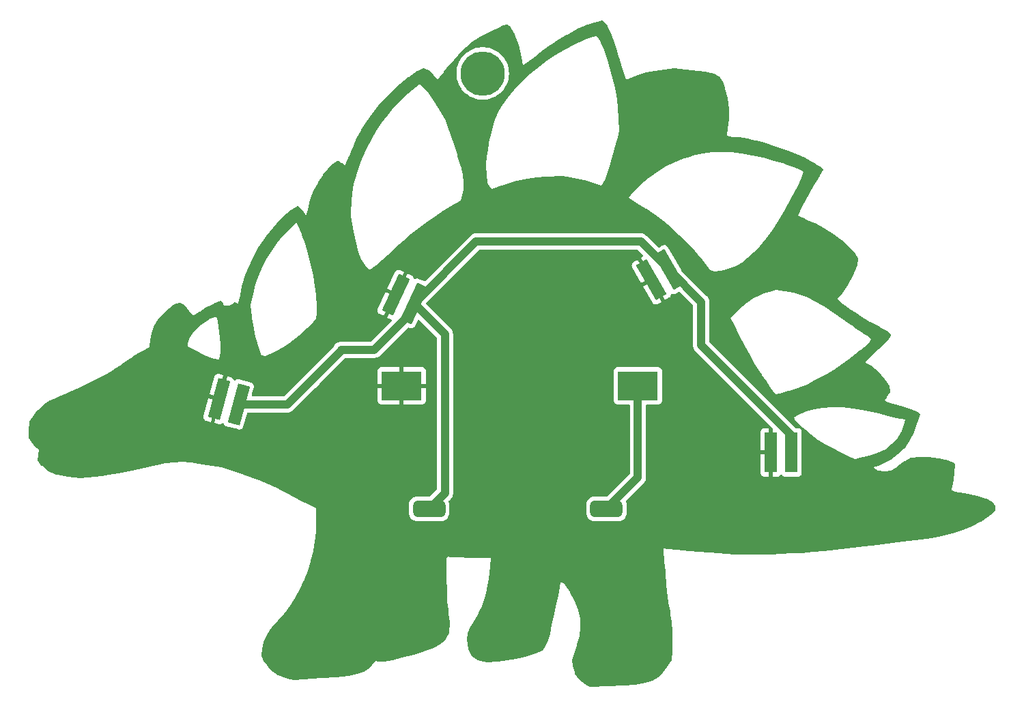
<source format=gbr>
%TF.GenerationSoftware,KiCad,Pcbnew,7.0.1*%
%TF.CreationDate,2023-04-19T22:10:58+02:00*%
%TF.ProjectId,Dino,44696e6f-2e6b-4696-9361-645f70636258,rev?*%
%TF.SameCoordinates,Original*%
%TF.FileFunction,Copper,L2,Bot*%
%TF.FilePolarity,Positive*%
%FSLAX46Y46*%
G04 Gerber Fmt 4.6, Leading zero omitted, Abs format (unit mm)*
G04 Created by KiCad (PCBNEW 7.0.1) date 2023-04-19 22:10:58*
%MOMM*%
%LPD*%
G01*
G04 APERTURE LIST*
G04 Aperture macros list*
%AMRoundRect*
0 Rectangle with rounded corners*
0 $1 Rounding radius*
0 $2 $3 $4 $5 $6 $7 $8 $9 X,Y pos of 4 corners*
0 Add a 4 corners polygon primitive as box body*
4,1,4,$2,$3,$4,$5,$6,$7,$8,$9,$2,$3,0*
0 Add four circle primitives for the rounded corners*
1,1,$1+$1,$2,$3*
1,1,$1+$1,$4,$5*
1,1,$1+$1,$6,$7*
1,1,$1+$1,$8,$9*
0 Add four rect primitives between the rounded corners*
20,1,$1+$1,$2,$3,$4,$5,0*
20,1,$1+$1,$4,$5,$6,$7,0*
20,1,$1+$1,$6,$7,$8,$9,0*
20,1,$1+$1,$8,$9,$2,$3,0*%
%AMRotRect*
0 Rectangle, with rotation*
0 The origin of the aperture is its center*
0 $1 length*
0 $2 width*
0 $3 Rotation angle, in degrees counterclockwise*
0 Add horizontal line*
21,1,$1,$2,0,0,$3*%
G04 Aperture macros list end*
%TA.AperFunction,ComponentPad*%
%ADD10C,5.500000*%
%TD*%
%TA.AperFunction,SMDPad,CuDef*%
%ADD11RotRect,1.524000X5.000000X345.000000*%
%TD*%
%TA.AperFunction,SMDPad,CuDef*%
%ADD12R,5.000000X3.600000*%
%TD*%
%TA.AperFunction,SMDPad,CuDef*%
%ADD13RoundRect,0.500000X-1.500000X-0.500000X1.500000X-0.500000X1.500000X0.500000X-1.500000X0.500000X0*%
%TD*%
%TA.AperFunction,SMDPad,CuDef*%
%ADD14RotRect,1.524000X5.000000X30.000000*%
%TD*%
%TA.AperFunction,SMDPad,CuDef*%
%ADD15R,1.524000X5.000000*%
%TD*%
%TA.AperFunction,SMDPad,CuDef*%
%ADD16RotRect,1.524000X5.000000X335.000000*%
%TD*%
%TA.AperFunction,Conductor*%
%ADD17C,1.000000*%
%TD*%
G04 APERTURE END LIST*
D10*
%TO.P,svg2mod,*%
%TO.N,*%
X80250000Y-31200000D03*
%TD*%
D11*
%TO.P,D4,1,K*%
%TO.N,GND*%
X47523275Y-71628275D03*
%TO.P,D4,2,A*%
%TO.N,VCC*%
X49976726Y-72285675D03*
%TD*%
D12*
%TO.P,BT2,1,+*%
%TO.N,+3V0*%
X99500000Y-69975000D03*
%TO.P,BT2,2,-*%
%TO.N,GND*%
X70200000Y-69975000D03*
%TD*%
D13*
%TO.P,SW2,1*%
%TO.N,VCC*%
X73600000Y-85250000D03*
%TO.P,SW2,2*%
%TO.N,+3V0*%
X95600000Y-85250000D03*
%TD*%
D14*
%TO.P,D2,1,K*%
%TO.N,GND*%
X101150148Y-56834475D03*
%TO.P,D2,2,A*%
%TO.N,VCC*%
X103349852Y-55564475D03*
%TD*%
D15*
%TO.P,D1,1,K*%
%TO.N,GND*%
X116000000Y-78250000D03*
%TO.P,D1,2,A*%
%TO.N,VCC*%
X118540000Y-78250000D03*
%TD*%
D16*
%TO.P,D3,1,K*%
%TO.N,GND*%
X69447978Y-58676550D03*
%TO.P,D3,2,A*%
%TO.N,VCC*%
X71750000Y-59750000D03*
%TD*%
D17*
%TO.N,+3V0*%
X99500000Y-81350000D02*
X99500000Y-69975000D01*
X95600000Y-85250000D02*
X99500000Y-81350000D01*
%TO.N,VCC*%
X66800000Y-65500000D02*
X71750000Y-60550000D01*
X118540000Y-78250000D02*
X118540000Y-76128000D01*
X71750000Y-59750000D02*
X79425000Y-52075000D01*
X75550000Y-83300000D02*
X75550000Y-63550000D01*
X99860377Y-52075000D02*
X103349852Y-55564475D01*
X79425000Y-52075000D02*
X99860377Y-52075000D01*
X62700000Y-65575000D02*
X62700000Y-65500000D01*
X118540000Y-76128000D02*
X107350000Y-64938000D01*
X107350000Y-59564623D02*
X103349852Y-55564475D01*
X75550000Y-63550000D02*
X71750000Y-59750000D01*
X62700000Y-65500000D02*
X66800000Y-65500000D01*
X49976726Y-72285675D02*
X55989325Y-72285675D01*
X71750000Y-60550000D02*
X71750000Y-59750000D01*
X55989325Y-72285675D02*
X62700000Y-65575000D01*
X107350000Y-64938000D02*
X107350000Y-59564623D01*
X73600000Y-85250000D02*
X75550000Y-83300000D01*
%TD*%
%TA.AperFunction,Conductor*%
%TO.N,GND*%
G36*
X95146062Y-24658556D02*
G01*
X95324510Y-24804810D01*
X95347922Y-24830089D01*
X95692330Y-25322953D01*
X95702054Y-25339397D01*
X95826053Y-25590857D01*
X96156879Y-26261747D01*
X96160537Y-26269878D01*
X96610721Y-27373374D01*
X96613962Y-27382259D01*
X96949430Y-28421400D01*
X96950974Y-28426555D01*
X97211736Y-29370368D01*
X97212102Y-29373073D01*
X97215880Y-29385507D01*
X97216705Y-29388341D01*
X97220549Y-29402152D01*
X97221743Y-29404671D01*
X97268294Y-29556712D01*
X97451858Y-30156260D01*
X97451859Y-30156260D01*
X97451947Y-30156549D01*
X97452022Y-30156796D01*
X97826098Y-31387611D01*
X97827238Y-31391598D01*
X97983989Y-31975789D01*
X97985082Y-31984083D01*
X97988475Y-31992417D01*
X97997897Y-31989854D01*
X98005159Y-31985671D01*
X98855611Y-31640747D01*
X98860315Y-31638948D01*
X99669719Y-31348200D01*
X99678939Y-31345283D01*
X100571594Y-31100150D01*
X100579599Y-31098230D01*
X101587551Y-30891176D01*
X101593861Y-30890049D01*
X102747173Y-30714457D01*
X102749619Y-30714111D01*
X103961849Y-30555220D01*
X103991388Y-30554842D01*
X106123376Y-30778838D01*
X106124888Y-30779006D01*
X107819448Y-30979527D01*
X107830916Y-30981425D01*
X108904042Y-31210397D01*
X108937769Y-31222836D01*
X109563084Y-31561620D01*
X109605930Y-31599644D01*
X109992311Y-32145901D01*
X110007597Y-32174895D01*
X110333065Y-33053537D01*
X110337356Y-33067586D01*
X110632037Y-34281730D01*
X110634722Y-34296665D01*
X110790097Y-35611842D01*
X110790965Y-35625900D01*
X110798324Y-36904644D01*
X110797207Y-36922127D01*
X110648590Y-38029619D01*
X110648384Y-38030693D01*
X110647688Y-38036311D01*
X110647599Y-38037016D01*
X110646776Y-38043358D01*
X110646718Y-38044323D01*
X110536726Y-38953372D01*
X110536085Y-38957632D01*
X110536209Y-38958141D01*
X110536563Y-38958353D01*
X110541054Y-38959027D01*
X111232177Y-39084323D01*
X111239913Y-39086968D01*
X111243982Y-39087251D01*
X111257947Y-39089008D01*
X111261955Y-39089741D01*
X111270041Y-39089115D01*
X112026063Y-39143773D01*
X112063080Y-39146450D01*
X112073102Y-39147579D01*
X113098356Y-39304873D01*
X113105089Y-39306094D01*
X114047999Y-39503866D01*
X114198497Y-39535433D01*
X114205595Y-39537138D01*
X114564497Y-39634420D01*
X115215885Y-39810983D01*
X115222404Y-39812942D01*
X116590378Y-40264966D01*
X116593799Y-40266152D01*
X117944189Y-40756425D01*
X117945145Y-40756772D01*
X117948589Y-40758080D01*
X119175964Y-41244812D01*
X119180377Y-41246661D01*
X120176618Y-41686823D01*
X120184888Y-41690845D01*
X120838732Y-42038876D01*
X120847079Y-42043319D01*
X120851807Y-42045968D01*
X121384568Y-42359708D01*
X121540436Y-42451498D01*
X121545775Y-42455923D01*
X121553655Y-42459740D01*
X121562223Y-42464305D01*
X121569684Y-42468657D01*
X121576303Y-42470621D01*
X122081957Y-42713100D01*
X122113608Y-42734750D01*
X122426573Y-43027898D01*
X122457262Y-43072657D01*
X122466277Y-43126175D01*
X122451947Y-43178519D01*
X122078634Y-43888132D01*
X122073672Y-43896724D01*
X121608157Y-44634213D01*
X121606307Y-44636528D01*
X121601302Y-44644998D01*
X121599886Y-44647335D01*
X121593670Y-44657350D01*
X121592404Y-44660388D01*
X120908274Y-45845847D01*
X120907377Y-45847016D01*
X120900047Y-45860096D01*
X120899712Y-45860692D01*
X120892397Y-45873578D01*
X120891911Y-45874813D01*
X120172842Y-47175787D01*
X120172301Y-47176506D01*
X120164232Y-47191360D01*
X120155990Y-47206745D01*
X120155678Y-47207626D01*
X119590870Y-48281644D01*
X119587792Y-48286019D01*
X119584685Y-48292935D01*
X119581592Y-48299329D01*
X119576836Y-48308492D01*
X119575349Y-48314011D01*
X119348386Y-48827740D01*
X119346791Y-48831148D01*
X119346774Y-48831493D01*
X119347119Y-48831869D01*
X119350628Y-48833516D01*
X120302140Y-49308665D01*
X120306929Y-49312115D01*
X120316812Y-49316283D01*
X120324201Y-49319684D01*
X120334125Y-49324646D01*
X120339878Y-49326026D01*
X120969525Y-49592089D01*
X121460045Y-49799362D01*
X121471034Y-49804646D01*
X122660007Y-50449002D01*
X122668212Y-50453860D01*
X123836337Y-51206892D01*
X123843745Y-51212053D01*
X124560149Y-51750350D01*
X124913158Y-52015596D01*
X124921262Y-52022229D01*
X125547356Y-52579748D01*
X125814066Y-52817245D01*
X125824873Y-52828117D01*
X126461365Y-53551578D01*
X126478405Y-53576389D01*
X126777658Y-54148287D01*
X126790027Y-54184391D01*
X126791019Y-54222543D01*
X126694895Y-54981163D01*
X126687545Y-55010425D01*
X126232628Y-56197118D01*
X126226402Y-56210843D01*
X125561134Y-57470953D01*
X125551808Y-57485963D01*
X124826716Y-58488616D01*
X124821925Y-58494824D01*
X124259259Y-59178849D01*
X124253559Y-59184923D01*
X124253181Y-59185900D01*
X124253550Y-59186712D01*
X124259878Y-59192669D01*
X124614262Y-59574815D01*
X124618941Y-59579860D01*
X124626264Y-59589578D01*
X124627589Y-59590768D01*
X124637995Y-59597044D01*
X125567123Y-60293043D01*
X125571181Y-60297422D01*
X125581972Y-60304504D01*
X125589083Y-60309530D01*
X125600331Y-60318078D01*
X125605761Y-60320377D01*
X126862156Y-61161199D01*
X126865461Y-61164404D01*
X126878729Y-61172452D01*
X126883818Y-61175708D01*
X126897397Y-61184862D01*
X126901561Y-61186455D01*
X127044224Y-61274066D01*
X128250811Y-62015047D01*
X128254672Y-62018419D01*
X128266098Y-62024638D01*
X128271816Y-62027947D01*
X128282946Y-62034784D01*
X128287749Y-62036441D01*
X129480348Y-62686682D01*
X129482408Y-62688409D01*
X129501181Y-62698086D01*
X129504235Y-62699714D01*
X129513144Y-62704621D01*
X129515534Y-62705535D01*
X130527091Y-63230943D01*
X130569522Y-63266774D01*
X130634181Y-63352300D01*
X130837819Y-63621660D01*
X130859462Y-63666746D01*
X130861859Y-63716702D01*
X130844633Y-63763656D01*
X130510712Y-64306557D01*
X130491257Y-64330850D01*
X129377601Y-65414465D01*
X129376444Y-65415577D01*
X127680481Y-67024258D01*
X127674857Y-67028869D01*
X127673508Y-67030980D01*
X127675431Y-67032996D01*
X127682132Y-67036600D01*
X127933799Y-67198054D01*
X128409864Y-67503468D01*
X128421771Y-67512128D01*
X129306819Y-68238611D01*
X129321589Y-68252904D01*
X130122126Y-69165316D01*
X130134181Y-69181508D01*
X130159617Y-69222099D01*
X130676100Y-70046326D01*
X130692579Y-70087047D01*
X130811420Y-70646441D01*
X130812237Y-70694614D01*
X130794914Y-70739572D01*
X130375689Y-71408003D01*
X130373424Y-71411486D01*
X130140276Y-71757345D01*
X130137273Y-71760454D01*
X130127691Y-71775948D01*
X130127635Y-71776255D01*
X130127839Y-71776550D01*
X130143571Y-71787105D01*
X130147299Y-71788582D01*
X130530873Y-72026636D01*
X130536564Y-72030593D01*
X130543654Y-72032099D01*
X132030259Y-72438756D01*
X132033795Y-72439782D01*
X133407326Y-72860460D01*
X133423399Y-72866612D01*
X134152222Y-73204368D01*
X134181731Y-73223443D01*
X134414119Y-73424714D01*
X134453928Y-73459192D01*
X134483691Y-73497206D01*
X134496973Y-73543622D01*
X134491825Y-73591626D01*
X134205201Y-74519460D01*
X134202946Y-74526098D01*
X133749411Y-75748518D01*
X133743536Y-75761912D01*
X133187571Y-76852582D01*
X133177522Y-76869046D01*
X132532387Y-77763896D01*
X132514791Y-77783574D01*
X131727712Y-78496866D01*
X131721457Y-78502174D01*
X130885003Y-79166416D01*
X130862995Y-79180442D01*
X130228094Y-79497892D01*
X130221365Y-79501012D01*
X129323198Y-79885816D01*
X129306463Y-79891631D01*
X128632620Y-80073812D01*
X128627905Y-80074916D01*
X128627432Y-80075255D01*
X128627366Y-80075655D01*
X128627763Y-80076207D01*
X128632102Y-80078892D01*
X129219691Y-80472913D01*
X129222368Y-80475460D01*
X129236274Y-80484109D01*
X129238012Y-80485225D01*
X129241073Y-80485777D01*
X129258337Y-80489334D01*
X129262806Y-80489183D01*
X130092622Y-80624304D01*
X130100098Y-80625975D01*
X130107792Y-80624605D01*
X130868935Y-80536948D01*
X130876226Y-80537231D01*
X130882507Y-80535934D01*
X130888737Y-80534960D01*
X130894144Y-80531651D01*
X130900361Y-80528252D01*
X130905865Y-80523102D01*
X131723203Y-79974295D01*
X131728882Y-79971887D01*
X131739731Y-79963554D01*
X131747296Y-79958174D01*
X131748444Y-79957419D01*
X131751902Y-79954332D01*
X132599914Y-79315645D01*
X132613626Y-79306654D01*
X133349805Y-78889837D01*
X133404211Y-78873718D01*
X134352277Y-78815913D01*
X134364053Y-78815748D01*
X135518263Y-78853596D01*
X135529961Y-78854527D01*
X136833369Y-79019692D01*
X136843582Y-79021415D01*
X137973735Y-79260318D01*
X137994614Y-79266665D01*
X138576713Y-79500409D01*
X138626816Y-79520528D01*
X138660123Y-79540322D01*
X138815561Y-79668760D01*
X138851555Y-79717299D01*
X138860810Y-79777014D01*
X138770505Y-80795963D01*
X138770111Y-80799759D01*
X138659807Y-81724759D01*
X138658580Y-81732817D01*
X138527536Y-82439394D01*
X138527033Y-82441960D01*
X138432927Y-82896528D01*
X138430821Y-82902110D01*
X138429395Y-82912312D01*
X138428683Y-82916448D01*
X138428716Y-82916597D01*
X138428866Y-82916808D01*
X138432787Y-82919277D01*
X138441514Y-82925218D01*
X138447345Y-82927445D01*
X138785630Y-83125475D01*
X138787405Y-83126534D01*
X138788027Y-83126912D01*
X138796287Y-83127555D01*
X140027297Y-83320504D01*
X140031615Y-83321260D01*
X141529191Y-83610800D01*
X141543784Y-83614539D01*
X142674639Y-83977610D01*
X142697981Y-83987810D01*
X143442738Y-84407608D01*
X143480127Y-84439763D01*
X143826765Y-84883150D01*
X143847115Y-84921153D01*
X143853463Y-84963792D01*
X143842605Y-85414131D01*
X143830924Y-85464156D01*
X143800247Y-85505361D01*
X143220867Y-86019210D01*
X143207742Y-86029387D01*
X142003667Y-86841903D01*
X141994389Y-86847597D01*
X140889391Y-87461625D01*
X140875769Y-87468158D01*
X140003197Y-87824006D01*
X139996795Y-87826416D01*
X139105458Y-88134635D01*
X139098650Y-88136776D01*
X138154181Y-88404562D01*
X138147803Y-88406191D01*
X137111732Y-88642263D01*
X137106376Y-88643362D01*
X135940337Y-88856307D01*
X135936229Y-88856987D01*
X134602357Y-89055288D01*
X134599436Y-89055688D01*
X133059367Y-89247929D01*
X133058511Y-89248033D01*
X131735944Y-89403943D01*
X131735551Y-89403966D01*
X130408243Y-89564794D01*
X130407829Y-89564818D01*
X130401047Y-89565664D01*
X130400775Y-89565697D01*
X130400574Y-89565723D01*
X130400329Y-89565754D01*
X129237044Y-89710810D01*
X129236380Y-89710851D01*
X128367901Y-89824184D01*
X126881143Y-90019163D01*
X126879852Y-90019326D01*
X125418514Y-90195646D01*
X125417184Y-90195799D01*
X123982662Y-90353437D01*
X123981285Y-90353581D01*
X122575295Y-90492465D01*
X122573863Y-90492598D01*
X121198448Y-90612625D01*
X121196951Y-90612747D01*
X119854018Y-90713822D01*
X119852444Y-90713930D01*
X118543988Y-90795956D01*
X118542326Y-90796049D01*
X117270266Y-90858936D01*
X117268501Y-90859011D01*
X116034847Y-90902662D01*
X116032959Y-90902715D01*
X114839429Y-90927049D01*
X114837399Y-90927074D01*
X113686199Y-90931990D01*
X113684001Y-90931980D01*
X112577049Y-90917399D01*
X112574653Y-90917345D01*
X111513695Y-90883173D01*
X111511063Y-90883060D01*
X110498367Y-90829227D01*
X110495453Y-90829039D01*
X109531649Y-90755375D01*
X109530737Y-90755302D01*
X108418009Y-90662127D01*
X108418009Y-90662126D01*
X108418001Y-90662126D01*
X108413938Y-90661787D01*
X108413268Y-90661762D01*
X108226594Y-90647347D01*
X107120696Y-90561953D01*
X107120099Y-90561788D01*
X107095816Y-90560033D01*
X105851244Y-90471307D01*
X105850355Y-90471241D01*
X104259988Y-90346552D01*
X104256015Y-90346177D01*
X103270090Y-90237366D01*
X103262311Y-90236261D01*
X102711980Y-90140496D01*
X102704432Y-90138537D01*
X102701245Y-90138698D01*
X102700686Y-90141920D01*
X102701746Y-90149755D01*
X102799577Y-92053233D01*
X102799358Y-92055155D01*
X102800624Y-92073785D01*
X102800691Y-92074837D01*
X102802036Y-92097423D01*
X102802508Y-92099137D01*
X102887441Y-93240512D01*
X102887350Y-93243222D01*
X102888298Y-93252607D01*
X102888588Y-93255909D01*
X102889972Y-93274495D01*
X102890798Y-93277342D01*
X103032996Y-94684811D01*
X103033078Y-94686447D01*
X103033514Y-94690118D01*
X103033747Y-94692231D01*
X103036168Y-94716070D01*
X103036856Y-94718079D01*
X103207427Y-96144727D01*
X103207312Y-96147679D01*
X103209557Y-96162947D01*
X103210034Y-96166553D01*
X103211345Y-96177696D01*
X103211959Y-96180004D01*
X103387933Y-97435269D01*
X103387883Y-97439178D01*
X103390215Y-97452189D01*
X103390959Y-97456840D01*
X103393739Y-97476575D01*
X103395282Y-97480406D01*
X103517569Y-98161189D01*
X103534987Y-98258157D01*
X103549202Y-98337290D01*
X103550045Y-98342641D01*
X103672940Y-99249177D01*
X103673798Y-99257652D01*
X103761516Y-100562549D01*
X103761756Y-100567657D01*
X103797525Y-101915303D01*
X103797506Y-101922627D01*
X103764872Y-102954916D01*
X103764366Y-102962891D01*
X103657737Y-104081555D01*
X103637209Y-104139395D01*
X103138974Y-104888241D01*
X103134908Y-104893996D01*
X102611864Y-105592097D01*
X102597357Y-105608324D01*
X102034453Y-106137816D01*
X102011234Y-106155093D01*
X101329151Y-106549817D01*
X101305029Y-106560578D01*
X100420332Y-106848465D01*
X100402927Y-106852787D01*
X99236295Y-107055628D01*
X99226200Y-107056965D01*
X97703768Y-107196360D01*
X97698673Y-107196723D01*
X95747403Y-107295864D01*
X95745997Y-107295927D01*
X93616840Y-107380283D01*
X93551110Y-107364774D01*
X93198371Y-107170683D01*
X93186488Y-107163255D01*
X92630010Y-106770746D01*
X92272136Y-106518321D01*
X92243165Y-106489882D01*
X91693475Y-105740454D01*
X91673713Y-105699806D01*
X91646091Y-105600840D01*
X91404627Y-104735717D01*
X91401101Y-104718535D01*
X91395655Y-104677771D01*
X91323985Y-104141318D01*
X91328845Y-104086313D01*
X91906553Y-102277098D01*
X91908330Y-102272900D01*
X91909100Y-102269894D01*
X91911343Y-102262169D01*
X91916033Y-102247749D01*
X91916393Y-102241925D01*
X91951914Y-102106087D01*
X92219483Y-101082852D01*
X92222837Y-101074763D01*
X92222852Y-101074643D01*
X92226063Y-101057953D01*
X92225981Y-101049169D01*
X92359929Y-99965847D01*
X92362631Y-99954849D01*
X92363002Y-99946331D01*
X92361137Y-99935099D01*
X92319707Y-98899674D01*
X92320521Y-98888377D01*
X92319697Y-98881847D01*
X92316033Y-98871093D01*
X92094676Y-97848623D01*
X92093625Y-97837443D01*
X92091162Y-97829207D01*
X92085825Y-97819266D01*
X92013928Y-97634305D01*
X91680665Y-96776956D01*
X91678744Y-96768777D01*
X91678023Y-96767434D01*
X91671305Y-96752743D01*
X91671111Y-96752235D01*
X91666118Y-96745371D01*
X91596358Y-96616340D01*
X91072151Y-95646738D01*
X91069905Y-95640429D01*
X91065382Y-95633438D01*
X91060555Y-95625326D01*
X91057497Y-95619720D01*
X91053285Y-95614870D01*
X90299832Y-94460553D01*
X90295990Y-94452666D01*
X90291130Y-94447157D01*
X90291130Y-94447156D01*
X90291128Y-94447155D01*
X90291010Y-94447021D01*
X90283737Y-94445498D01*
X90275005Y-94446045D01*
X89937355Y-94425235D01*
X89927862Y-94423941D01*
X89927133Y-94424128D01*
X89926491Y-94425248D01*
X89925224Y-94434270D01*
X89689689Y-95529415D01*
X89688976Y-95531444D01*
X89686452Y-95544400D01*
X89686192Y-95545698D01*
X89682879Y-95561792D01*
X89682809Y-95564266D01*
X89537379Y-96359237D01*
X89536841Y-96362004D01*
X89335714Y-97337582D01*
X89335195Y-97339982D01*
X89111700Y-98326450D01*
X89111701Y-98326641D01*
X88822636Y-99606697D01*
X88821757Y-99609160D01*
X88819550Y-99620195D01*
X88818927Y-99623127D01*
X88815364Y-99638965D01*
X88815264Y-99641771D01*
X88596160Y-100745347D01*
X88594460Y-100752737D01*
X88374109Y-101593964D01*
X88366777Y-101614505D01*
X88061009Y-102282099D01*
X88052162Y-102298199D01*
X87706329Y-102831359D01*
X87680322Y-102860380D01*
X87646690Y-102880066D01*
X87445998Y-102958906D01*
X86594917Y-103293242D01*
X86587208Y-103295984D01*
X85506993Y-103641251D01*
X85495254Y-103644388D01*
X84420092Y-103876802D01*
X84411089Y-103878409D01*
X83302498Y-104034963D01*
X82151752Y-104196486D01*
X82140645Y-104197546D01*
X80757465Y-104267974D01*
X80725084Y-104265431D01*
X80003760Y-104113473D01*
X79685434Y-104046412D01*
X79639397Y-104026512D01*
X78921760Y-103526678D01*
X78882855Y-103483060D01*
X78814215Y-103355688D01*
X78455257Y-102689584D01*
X78441221Y-102645995D01*
X78296524Y-101528511D01*
X78295963Y-101501341D01*
X78361281Y-100755894D01*
X78370552Y-100718289D01*
X78411912Y-100619371D01*
X78702412Y-99924587D01*
X78710978Y-99907768D01*
X78874303Y-99638965D01*
X79526048Y-98566312D01*
X79528609Y-98562806D01*
X79529792Y-98560585D01*
X79533765Y-98553660D01*
X79535390Y-98551024D01*
X79537149Y-98546920D01*
X80026131Y-97641975D01*
X80031546Y-97634710D01*
X80031698Y-97634305D01*
X80039215Y-97617975D01*
X80041244Y-97609263D01*
X80436884Y-96580033D01*
X80441133Y-96572483D01*
X80441402Y-96571393D01*
X80446878Y-96554433D01*
X80447298Y-96553388D01*
X80448265Y-96544741D01*
X80496582Y-96360913D01*
X80757179Y-95369430D01*
X80760204Y-95362579D01*
X80761351Y-95355699D01*
X80763844Y-95344121D01*
X80765683Y-95337181D01*
X80765740Y-95329678D01*
X80781889Y-95234283D01*
X80992368Y-93990925D01*
X80994617Y-93984640D01*
X80995663Y-93973583D01*
X80996935Y-93964035D01*
X80998739Y-93953570D01*
X80998253Y-93946979D01*
X81000331Y-93925779D01*
X81148519Y-92413644D01*
X81149088Y-92410779D01*
X81149601Y-92403231D01*
X81149937Y-92399229D01*
X81151622Y-92382379D01*
X81151274Y-92379066D01*
X81219669Y-91393032D01*
X81220770Y-91388631D01*
X81221269Y-91370443D01*
X81221181Y-91370198D01*
X81220880Y-91370057D01*
X81203693Y-91368849D01*
X81198944Y-91369546D01*
X78668920Y-91306696D01*
X78668172Y-91306675D01*
X77353990Y-91266220D01*
X77352214Y-91266153D01*
X76360752Y-91221623D01*
X76355697Y-91221294D01*
X75917804Y-91183944D01*
X75910180Y-91182153D01*
X75899076Y-91182328D01*
X75890758Y-91189296D01*
X75886152Y-91195648D01*
X75763087Y-91322243D01*
X75760032Y-91324432D01*
X75747170Y-91338562D01*
X75747064Y-91338840D01*
X75747360Y-91358582D01*
X75748140Y-91361985D01*
X75785026Y-92185232D01*
X75785152Y-92190791D01*
X75786271Y-93925233D01*
X75786271Y-93925467D01*
X75786274Y-93925779D01*
X75797437Y-95349726D01*
X75796923Y-95353681D01*
X75797461Y-95364840D01*
X75797600Y-95369541D01*
X75797757Y-95384164D01*
X75798647Y-95388223D01*
X75860376Y-96598278D01*
X75859878Y-96603791D01*
X75860853Y-96612366D01*
X75861493Y-96620134D01*
X75862047Y-96630950D01*
X75863596Y-96636484D01*
X75954512Y-97435269D01*
X75973994Y-97606440D01*
X76045673Y-98254443D01*
X76164653Y-99330078D01*
X76165073Y-99353235D01*
X76074493Y-100576615D01*
X76063579Y-100619371D01*
X75681258Y-101462015D01*
X75648237Y-101505859D01*
X74943839Y-102106087D01*
X74916172Y-102123999D01*
X74120579Y-102501848D01*
X74110589Y-102506076D01*
X72977255Y-102929137D01*
X72971664Y-102931076D01*
X71652731Y-103354000D01*
X71648320Y-103355326D01*
X70289078Y-103736987D01*
X70284296Y-103738229D01*
X69029539Y-104038022D01*
X69022193Y-104039547D01*
X68020078Y-104216697D01*
X68001661Y-104218572D01*
X67398952Y-104235401D01*
X67370821Y-104233022D01*
X66935507Y-104146313D01*
X66929984Y-104144917D01*
X66928901Y-104145018D01*
X66928786Y-104145094D01*
X66928785Y-104145095D01*
X66928784Y-104145095D01*
X66928115Y-104145543D01*
X66924929Y-104149804D01*
X66497394Y-104668953D01*
X66489404Y-104677771D01*
X66048264Y-105120679D01*
X66024746Y-105139244D01*
X65476112Y-105474886D01*
X65451059Y-105486649D01*
X64689914Y-105746452D01*
X64672837Y-105750972D01*
X63602201Y-105955338D01*
X63592984Y-105956747D01*
X62122791Y-106125969D01*
X62118401Y-106126396D01*
X60159210Y-106282656D01*
X60158065Y-106282742D01*
X56934574Y-106510298D01*
X56902411Y-106508440D01*
X56061375Y-106350255D01*
X56044129Y-106345727D01*
X54886829Y-105952502D01*
X54854723Y-105936153D01*
X53902925Y-105264572D01*
X53874904Y-105237402D01*
X53198226Y-104338553D01*
X53186758Y-104320240D01*
X52801826Y-103569183D01*
X52790065Y-103534664D01*
X52788681Y-103498223D01*
X52790314Y-103483060D01*
X52877141Y-102676781D01*
X52879349Y-102663259D01*
X53067109Y-101809073D01*
X53074785Y-101785510D01*
X53149806Y-101614505D01*
X53452576Y-100924353D01*
X53462485Y-100906047D01*
X53560612Y-100755896D01*
X54031961Y-100034650D01*
X54042231Y-100021045D01*
X54806552Y-99139672D01*
X54807872Y-99138179D01*
X55583837Y-98274565D01*
X55589547Y-98270014D01*
X55594443Y-98263520D01*
X55601977Y-98254443D01*
X55608079Y-98247753D01*
X55611509Y-98241161D01*
X55912093Y-97848626D01*
X56310712Y-97328065D01*
X56316131Y-97323139D01*
X56321573Y-97314660D01*
X56328159Y-97305353D01*
X56332995Y-97299135D01*
X56335849Y-97292704D01*
X56979480Y-96306372D01*
X56982410Y-96302551D01*
X56982447Y-96302486D01*
X56987432Y-96294208D01*
X56992805Y-96286014D01*
X56995019Y-96279758D01*
X57058675Y-96164758D01*
X57565163Y-95249739D01*
X57569294Y-95244643D01*
X57574095Y-95234283D01*
X57578278Y-95226060D01*
X57584438Y-95214971D01*
X57586089Y-95208471D01*
X58091822Y-94120648D01*
X58094238Y-94116368D01*
X58094247Y-94116347D01*
X58098262Y-94106876D01*
X58103213Y-94096407D01*
X58104470Y-94089629D01*
X58144778Y-93984640D01*
X58539028Y-92957755D01*
X58541225Y-92953124D01*
X58544570Y-92943494D01*
X58548510Y-92933572D01*
X58549346Y-92926542D01*
X58905989Y-91770542D01*
X58909078Y-91764710D01*
X58912000Y-91752188D01*
X58914504Y-91743029D01*
X58917985Y-91731954D01*
X58918342Y-91725356D01*
X59199909Y-90537449D01*
X59202649Y-90531273D01*
X59204545Y-90519519D01*
X59206596Y-90509436D01*
X59209330Y-90498336D01*
X59209225Y-90491477D01*
X59212453Y-90472275D01*
X59413174Y-89278383D01*
X59415363Y-89272373D01*
X59416590Y-89259980D01*
X59417857Y-89250709D01*
X59417913Y-89250384D01*
X59418027Y-89245621D01*
X59457075Y-88857681D01*
X59544775Y-87986376D01*
X59545679Y-87981374D01*
X59546380Y-87970992D01*
X59547305Y-87962662D01*
X59546463Y-87956030D01*
X59588785Y-86696410D01*
X59589210Y-86693234D01*
X59589210Y-86685896D01*
X59589282Y-86681650D01*
X59589862Y-86664439D01*
X59589210Y-86660842D01*
X59589210Y-85191577D01*
X59589330Y-85187743D01*
X59589182Y-85187314D01*
X59588876Y-85187008D01*
X59585473Y-85185480D01*
X58543648Y-84679112D01*
X58541871Y-84678231D01*
X57798983Y-84302590D01*
X57797090Y-84301612D01*
X56852449Y-83803714D01*
X56850974Y-83802924D01*
X55908004Y-83289798D01*
X55908004Y-83289797D01*
X55907873Y-83289727D01*
X55899981Y-83285422D01*
X55899021Y-83285009D01*
X54915945Y-82760314D01*
X54912762Y-82757760D01*
X54896888Y-82750050D01*
X54893039Y-82748098D01*
X54881832Y-82742172D01*
X54878015Y-82740992D01*
X53928452Y-82285899D01*
X53925043Y-82283485D01*
X53910992Y-82277432D01*
X53906959Y-82275610D01*
X53893653Y-82269315D01*
X53889377Y-82268301D01*
X52856730Y-81832908D01*
X52853339Y-81830626D01*
X52836133Y-81824127D01*
X52831764Y-81822383D01*
X52822009Y-81818276D01*
X52818358Y-81817420D01*
X51578802Y-81349831D01*
X51576872Y-81348585D01*
X51554264Y-81340554D01*
X51552331Y-81339850D01*
X51535266Y-81333471D01*
X51532958Y-81333079D01*
X49950561Y-80778215D01*
X49950495Y-80778192D01*
X49950377Y-80778151D01*
X49950375Y-80778151D01*
X49931043Y-80771433D01*
X49930516Y-80771346D01*
X47901871Y-80076160D01*
X47892358Y-80071799D01*
X47888154Y-80070768D01*
X47877699Y-80070224D01*
X45522169Y-79718213D01*
X45521166Y-79717896D01*
X45502319Y-79715245D01*
X45493923Y-79714126D01*
X45493890Y-79714124D01*
X44105853Y-79529440D01*
X44101579Y-79528127D01*
X44086957Y-79526832D01*
X44082795Y-79526394D01*
X44071861Y-79525057D01*
X44067488Y-79525323D01*
X42954619Y-79440571D01*
X42947534Y-79438925D01*
X42940837Y-79439018D01*
X42929674Y-79438677D01*
X42924981Y-79438325D01*
X42918130Y-79439357D01*
X41943223Y-79454272D01*
X41936137Y-79453390D01*
X41930458Y-79454004D01*
X41920471Y-79454684D01*
X41915704Y-79454818D01*
X41909005Y-79456531D01*
X40944688Y-79572895D01*
X40938525Y-79572806D01*
X40931935Y-79574107D01*
X40923371Y-79575492D01*
X40915931Y-79576434D01*
X40909973Y-79578561D01*
X39826460Y-79799706D01*
X39824973Y-79799856D01*
X39814256Y-79802191D01*
X39813517Y-79802350D01*
X39800698Y-79805062D01*
X39799020Y-79805663D01*
X37938804Y-80229883D01*
X37937568Y-80230158D01*
X36374165Y-80570198D01*
X36372247Y-80570600D01*
X35066570Y-80833392D01*
X35063762Y-80833924D01*
X33962051Y-81029775D01*
X33958243Y-81030392D01*
X33006558Y-81169662D01*
X33001938Y-81170251D01*
X32144751Y-81263490D01*
X32142289Y-81263733D01*
X30283651Y-81429055D01*
X30257803Y-81428692D01*
X28822858Y-81260309D01*
X28815925Y-81259300D01*
X27497950Y-81029775D01*
X27389363Y-81010864D01*
X27362969Y-81003225D01*
X26950931Y-80833392D01*
X26404593Y-80608202D01*
X26370555Y-80587329D01*
X25637389Y-79958174D01*
X25622097Y-79945051D01*
X25610525Y-79933754D01*
X25571379Y-79890288D01*
X25413741Y-79715251D01*
X25095617Y-79362016D01*
X25069599Y-79317205D01*
X25063815Y-79265712D01*
X25126283Y-78611846D01*
X25126293Y-78611739D01*
X25193882Y-77910596D01*
X25194950Y-77903955D01*
X25194688Y-77902462D01*
X25194689Y-77902460D01*
X25194687Y-77902457D01*
X25194663Y-77902318D01*
X25193720Y-77901163D01*
X25188213Y-77897780D01*
X24924592Y-77713129D01*
X24902357Y-77693244D01*
X24270510Y-76976421D01*
X24260810Y-76963912D01*
X23925104Y-76469789D01*
X23907642Y-76431678D01*
X23903650Y-76389948D01*
X23949233Y-75755788D01*
X23970743Y-75456526D01*
X24031804Y-74599520D01*
X46990092Y-74599520D01*
X47527723Y-74743577D01*
X47587843Y-74752952D01*
X47733258Y-74739067D01*
X47868873Y-74684774D01*
X47926477Y-74639475D01*
X47979049Y-74615088D01*
X48036976Y-74616811D01*
X48088004Y-74644282D01*
X48121339Y-74691688D01*
X48148741Y-74760134D01*
X48239128Y-74875071D01*
X48239129Y-74875072D01*
X48358240Y-74959891D01*
X48415046Y-74981852D01*
X48415051Y-74981853D01*
X48415053Y-74981854D01*
X49927433Y-75387095D01*
X49981089Y-75401472D01*
X50041269Y-75410857D01*
X50041269Y-75410856D01*
X50041270Y-75410857D01*
X50186830Y-75396957D01*
X50211464Y-75387095D01*
X50322576Y-75342613D01*
X50322576Y-75342612D01*
X50322578Y-75342612D01*
X50437517Y-75252223D01*
X50522335Y-75133114D01*
X50544299Y-75076300D01*
X50996795Y-73387562D01*
X51021979Y-73339184D01*
X51065251Y-73305980D01*
X51118501Y-73294175D01*
X55933588Y-73294175D01*
X55945937Y-73294781D01*
X55989325Y-73299055D01*
X55989325Y-73299054D01*
X55989326Y-73299055D01*
X56187026Y-73279584D01*
X56377129Y-73221916D01*
X56395844Y-73211913D01*
X56395845Y-73211912D01*
X56552329Y-73128270D01*
X56628466Y-73065786D01*
X56705893Y-73002243D01*
X56733572Y-72968513D01*
X56741849Y-72959383D01*
X59472233Y-70229000D01*
X67192000Y-70229000D01*
X67192000Y-71823589D01*
X67198505Y-71884093D01*
X67249554Y-72020962D01*
X67337095Y-72137904D01*
X67454037Y-72225445D01*
X67590906Y-72276494D01*
X67651411Y-72283000D01*
X69946000Y-72283000D01*
X69946000Y-70229000D01*
X70454000Y-70229000D01*
X70454000Y-72283000D01*
X72748589Y-72283000D01*
X72809093Y-72276494D01*
X72945962Y-72225445D01*
X73062904Y-72137904D01*
X73150445Y-72020962D01*
X73201494Y-71884093D01*
X73208000Y-71823589D01*
X73208000Y-70229000D01*
X70454000Y-70229000D01*
X69946000Y-70229000D01*
X67192000Y-70229000D01*
X59472233Y-70229000D01*
X59980233Y-69721000D01*
X67192000Y-69721000D01*
X69946000Y-69721000D01*
X69946000Y-67667000D01*
X70454000Y-67667000D01*
X70454000Y-69721000D01*
X73208000Y-69721000D01*
X73208000Y-68126411D01*
X73201494Y-68065906D01*
X73150445Y-67929037D01*
X73062904Y-67812095D01*
X72945962Y-67724554D01*
X72809093Y-67673505D01*
X72748589Y-67667000D01*
X70454000Y-67667000D01*
X69946000Y-67667000D01*
X67651411Y-67667000D01*
X67590906Y-67673505D01*
X67454037Y-67724554D01*
X67337095Y-67812095D01*
X67249554Y-67929037D01*
X67198505Y-68065906D01*
X67192000Y-68126411D01*
X67192000Y-69721000D01*
X59980233Y-69721000D01*
X63155828Y-66545405D01*
X63196706Y-66518091D01*
X63244924Y-66508500D01*
X66744263Y-66508500D01*
X66756612Y-66509106D01*
X66800000Y-66513380D01*
X66800000Y-66513379D01*
X66800001Y-66513380D01*
X66997701Y-66493909D01*
X66997700Y-66493909D01*
X67187804Y-66436241D01*
X67222688Y-66417595D01*
X67363004Y-66342595D01*
X67516568Y-66216568D01*
X67544247Y-66182838D01*
X67552524Y-66173708D01*
X70942016Y-62784216D01*
X70984589Y-62756215D01*
X71034774Y-62747366D01*
X71084356Y-62759117D01*
X71213240Y-62819217D01*
X71270881Y-62838911D01*
X71416644Y-62850499D01*
X71559766Y-62820552D01*
X71688655Y-62751495D01*
X71792867Y-62648924D01*
X71824363Y-62596787D01*
X72176424Y-61841788D01*
X72213913Y-61795079D01*
X72268737Y-61770955D01*
X72328506Y-61774873D01*
X72379711Y-61805945D01*
X73458827Y-62885062D01*
X74504595Y-63930830D01*
X74531909Y-63971707D01*
X74541500Y-64019925D01*
X74541500Y-82830075D01*
X74531909Y-82878293D01*
X74504595Y-82919171D01*
X73719169Y-83704596D01*
X73678292Y-83731909D01*
X73630074Y-83741500D01*
X72050449Y-83741500D01*
X71902298Y-83756091D01*
X71712197Y-83813758D01*
X71536992Y-83907406D01*
X71383431Y-84033431D01*
X71257406Y-84186992D01*
X71163758Y-84362197D01*
X71106091Y-84552298D01*
X71091500Y-84700449D01*
X71091500Y-85799550D01*
X71106091Y-85947701D01*
X71163758Y-86137802D01*
X71257406Y-86313007D01*
X71383431Y-86466568D01*
X71536992Y-86592593D01*
X71536996Y-86592595D01*
X71712196Y-86686241D01*
X71745752Y-86696420D01*
X71902298Y-86743908D01*
X71920469Y-86745697D01*
X72050453Y-86758500D01*
X75149546Y-86758499D01*
X75149550Y-86758499D01*
X75297701Y-86743908D01*
X75297700Y-86743908D01*
X75487804Y-86686241D01*
X75663004Y-86592595D01*
X75663005Y-86592593D01*
X75663007Y-86592593D01*
X75816568Y-86466568D01*
X75942593Y-86313007D01*
X75942595Y-86313004D01*
X76036241Y-86137804D01*
X76093908Y-85947701D01*
X76108500Y-85799550D01*
X93091500Y-85799550D01*
X93106091Y-85947701D01*
X93163758Y-86137802D01*
X93257406Y-86313007D01*
X93383431Y-86466568D01*
X93536992Y-86592593D01*
X93536996Y-86592595D01*
X93712196Y-86686241D01*
X93745752Y-86696420D01*
X93902298Y-86743908D01*
X93920469Y-86745697D01*
X94050453Y-86758500D01*
X97149546Y-86758499D01*
X97149550Y-86758499D01*
X97297701Y-86743908D01*
X97297700Y-86743908D01*
X97487804Y-86686241D01*
X97663004Y-86592595D01*
X97663005Y-86592593D01*
X97663007Y-86592593D01*
X97816568Y-86466568D01*
X97942593Y-86313007D01*
X97942595Y-86313004D01*
X98036241Y-86137804D01*
X98093908Y-85947701D01*
X98108500Y-85799547D01*
X98108499Y-84700454D01*
X98106440Y-84679552D01*
X98093908Y-84552298D01*
X98032639Y-84350321D01*
X98033468Y-84350069D01*
X98023116Y-84313821D01*
X98030921Y-84261195D01*
X98059749Y-84216483D01*
X100173708Y-82102524D01*
X100182838Y-82094247D01*
X100216568Y-82066568D01*
X100342595Y-81913004D01*
X100436241Y-81737804D01*
X100449662Y-81693557D01*
X100493909Y-81547701D01*
X100513380Y-81350000D01*
X100509106Y-81306612D01*
X100508500Y-81294263D01*
X100508500Y-78504000D01*
X114730000Y-78504000D01*
X114730000Y-80798589D01*
X114736505Y-80859093D01*
X114787554Y-80995962D01*
X114875095Y-81112904D01*
X114992037Y-81200445D01*
X115128906Y-81251494D01*
X115189411Y-81258000D01*
X115746000Y-81258000D01*
X115746000Y-78504000D01*
X114730000Y-78504000D01*
X100508500Y-78504000D01*
X100508500Y-77996000D01*
X114730000Y-77996000D01*
X115746000Y-77996000D01*
X115746000Y-75242000D01*
X115189411Y-75242000D01*
X115128906Y-75248505D01*
X114992037Y-75299554D01*
X114875095Y-75387095D01*
X114787554Y-75504037D01*
X114736505Y-75640906D01*
X114730000Y-75701411D01*
X114730000Y-77996000D01*
X100508500Y-77996000D01*
X100508500Y-72409500D01*
X100525381Y-72346500D01*
X100571500Y-72300381D01*
X100634500Y-72283500D01*
X102048638Y-72283500D01*
X102109201Y-72276989D01*
X102246204Y-72225889D01*
X102363261Y-72138261D01*
X102450889Y-72021204D01*
X102501989Y-71884201D01*
X102508500Y-71823638D01*
X102508500Y-68126362D01*
X102501989Y-68065799D01*
X102450889Y-67928796D01*
X102450888Y-67928794D01*
X102363261Y-67811738D01*
X102246205Y-67724111D01*
X102177702Y-67698561D01*
X102109201Y-67673011D01*
X102048638Y-67666500D01*
X96951362Y-67666500D01*
X96890799Y-67673011D01*
X96753794Y-67724111D01*
X96636738Y-67811738D01*
X96549111Y-67928794D01*
X96498011Y-68065799D01*
X96491500Y-68126362D01*
X96491500Y-71823638D01*
X96498011Y-71884200D01*
X96549111Y-72021205D01*
X96636738Y-72138261D01*
X96753794Y-72225888D01*
X96753795Y-72225888D01*
X96753796Y-72225889D01*
X96890799Y-72276989D01*
X96951362Y-72283500D01*
X98365500Y-72283500D01*
X98428500Y-72300381D01*
X98474619Y-72346500D01*
X98491500Y-72409500D01*
X98491500Y-80880076D01*
X98481909Y-80928294D01*
X98454595Y-80969171D01*
X95719169Y-83704595D01*
X95678292Y-83731909D01*
X95630074Y-83741500D01*
X94050449Y-83741500D01*
X93902298Y-83756091D01*
X93712197Y-83813758D01*
X93536992Y-83907406D01*
X93383431Y-84033431D01*
X93257406Y-84186992D01*
X93163758Y-84362197D01*
X93106091Y-84552298D01*
X93091500Y-84700449D01*
X93091500Y-85799550D01*
X76108500Y-85799550D01*
X76108500Y-85799547D01*
X76108499Y-84700454D01*
X76106440Y-84679552D01*
X76093908Y-84552298D01*
X76032639Y-84350321D01*
X76033468Y-84350069D01*
X76023116Y-84313821D01*
X76030921Y-84261195D01*
X76059749Y-84216483D01*
X76223708Y-84052524D01*
X76232838Y-84044247D01*
X76266568Y-84016568D01*
X76392595Y-83863004D01*
X76486241Y-83687804D01*
X76543908Y-83497701D01*
X76558500Y-83349547D01*
X76563380Y-83300000D01*
X76559106Y-83256615D01*
X76558500Y-83244265D01*
X76558500Y-63605745D01*
X76559107Y-63593394D01*
X76563381Y-63549998D01*
X76549692Y-63411013D01*
X76543909Y-63352300D01*
X76486242Y-63162197D01*
X76442650Y-63080643D01*
X76392595Y-62986996D01*
X76266568Y-62833432D01*
X76232862Y-62805770D01*
X76223701Y-62797466D01*
X73265329Y-59839094D01*
X73232717Y-59782610D01*
X73232717Y-59717388D01*
X73265329Y-59660904D01*
X75236789Y-57689444D01*
X100177294Y-57689444D01*
X101324589Y-59676617D01*
X101360476Y-59725764D01*
X101473119Y-59818769D01*
X101607405Y-59876274D01*
X101752451Y-59893617D01*
X101896505Y-59869393D01*
X101952156Y-59844774D01*
X102434176Y-59566478D01*
X102434177Y-59566477D01*
X101057177Y-57181444D01*
X101057176Y-57181443D01*
X100177295Y-57689443D01*
X100177294Y-57689444D01*
X75236789Y-57689444D01*
X77863608Y-55062626D01*
X98727157Y-55062626D01*
X98751381Y-55206680D01*
X98776000Y-55262331D01*
X99923295Y-57249503D01*
X99923296Y-57249504D01*
X100803177Y-56741504D01*
X100803178Y-56741503D01*
X99426178Y-54356470D01*
X99426177Y-54356469D01*
X98944158Y-54634764D01*
X98895010Y-54670651D01*
X98802003Y-54783295D01*
X98744501Y-54917578D01*
X98727157Y-55062626D01*
X77863608Y-55062626D01*
X79805829Y-53120405D01*
X79846706Y-53093091D01*
X79894924Y-53083500D01*
X99390453Y-53083500D01*
X99438671Y-53093091D01*
X99479548Y-53120405D01*
X100127535Y-53768392D01*
X100157753Y-53816986D01*
X100163362Y-53873933D01*
X100143205Y-53927489D01*
X100101440Y-53966606D01*
X99866118Y-54102470D01*
X99866117Y-54102471D01*
X101460744Y-56864444D01*
X101460744Y-56864445D01*
X102874116Y-59312478D01*
X102874117Y-59312479D01*
X103356138Y-59034185D01*
X103405285Y-58998298D01*
X103498292Y-58885654D01*
X103555794Y-58751371D01*
X103564495Y-58678607D01*
X103584424Y-58624188D01*
X103626604Y-58584447D01*
X103682112Y-58567789D01*
X103739200Y-58577738D01*
X103806978Y-58606762D01*
X103952166Y-58624122D01*
X103952166Y-58624121D01*
X103952167Y-58624122D01*
X104055408Y-58606761D01*
X104096364Y-58599874D01*
X104152069Y-58575231D01*
X104564302Y-58337227D01*
X104616318Y-58320826D01*
X104670394Y-58327946D01*
X104716395Y-58357252D01*
X106304595Y-59945453D01*
X106331909Y-59986330D01*
X106341500Y-60034548D01*
X106341500Y-64882263D01*
X106340893Y-64894614D01*
X106336619Y-64938001D01*
X106356090Y-65135700D01*
X106377743Y-65207076D01*
X106377743Y-65207077D01*
X106413758Y-65325802D01*
X106507404Y-65501004D01*
X106633433Y-65654569D01*
X106667135Y-65682227D01*
X106676298Y-65690532D01*
X116217095Y-75231329D01*
X116244409Y-75272206D01*
X116254000Y-75320424D01*
X116254000Y-81258000D01*
X116810589Y-81258000D01*
X116871093Y-81251494D01*
X117007962Y-81200445D01*
X117124903Y-81112905D01*
X117168818Y-81054241D01*
X117213286Y-81017077D01*
X117269686Y-81003749D01*
X117326086Y-81017076D01*
X117370555Y-81054239D01*
X117414740Y-81113262D01*
X117531794Y-81200888D01*
X117531795Y-81200888D01*
X117531796Y-81200889D01*
X117668799Y-81251989D01*
X117729362Y-81258500D01*
X119350638Y-81258500D01*
X119411201Y-81251989D01*
X119548204Y-81200889D01*
X119665261Y-81113261D01*
X119752889Y-80996204D01*
X119803989Y-80859201D01*
X119810500Y-80798638D01*
X119810500Y-75701362D01*
X119803989Y-75640799D01*
X119752889Y-75503796D01*
X119752888Y-75503794D01*
X119665261Y-75386738D01*
X119548205Y-75299111D01*
X119476070Y-75272206D01*
X119411201Y-75248011D01*
X119350638Y-75241500D01*
X119131924Y-75241500D01*
X119083706Y-75231909D01*
X119042829Y-75204595D01*
X117725977Y-73887743D01*
X118883579Y-73887743D01*
X119011003Y-74313813D01*
X119011004Y-74313814D01*
X119960064Y-75180692D01*
X120287484Y-75456454D01*
X120978709Y-76038624D01*
X121849428Y-76678238D01*
X121849431Y-76678240D01*
X122851504Y-77285472D01*
X124012307Y-77910596D01*
X124264198Y-78046246D01*
X125758389Y-78812028D01*
X126228411Y-78963943D01*
X126452877Y-79036494D01*
X126452877Y-79036493D01*
X126452878Y-79036494D01*
X126951290Y-78914744D01*
X126951287Y-78914743D01*
X127052369Y-78890052D01*
X127054645Y-78888869D01*
X128151462Y-78614461D01*
X129211607Y-78320011D01*
X130164830Y-77852158D01*
X130993616Y-77226982D01*
X131680452Y-76460565D01*
X132207822Y-75568986D01*
X132558213Y-74568326D01*
X132569321Y-74522813D01*
X132652878Y-74180434D01*
X132652877Y-74180433D01*
X132100533Y-74082942D01*
X132095938Y-74082043D01*
X131513429Y-73956749D01*
X131511029Y-73956208D01*
X130509715Y-73720284D01*
X130508558Y-73720005D01*
X129306265Y-73424714D01*
X127717633Y-73065786D01*
X126240730Y-72812927D01*
X124870911Y-72666183D01*
X123603523Y-72625602D01*
X122433899Y-72691231D01*
X121357396Y-72863119D01*
X120369376Y-73141311D01*
X120369374Y-73141311D01*
X120369373Y-73141312D01*
X120203366Y-73211913D01*
X119465173Y-73525858D01*
X118883579Y-73887743D01*
X117725977Y-73887743D01*
X108395405Y-64557171D01*
X108368091Y-64516294D01*
X108358500Y-64468076D01*
X108358500Y-61560184D01*
X110971076Y-61560184D01*
X111443681Y-62479945D01*
X112002298Y-63567100D01*
X112753084Y-65006307D01*
X113405965Y-66209427D01*
X113973337Y-67198059D01*
X114441771Y-67952221D01*
X114467595Y-67993796D01*
X114851981Y-68547446D01*
X114900251Y-68616972D01*
X114902031Y-68619607D01*
X115440284Y-69438236D01*
X115449234Y-69451847D01*
X115449303Y-69451995D01*
X115449323Y-69451983D01*
X115990605Y-70277524D01*
X116531892Y-71004183D01*
X117037091Y-70912152D01*
X118206759Y-70617600D01*
X118220462Y-70617221D01*
X118264002Y-70603188D01*
X118264002Y-70603189D01*
X119484316Y-70209891D01*
X120458197Y-69814870D01*
X121511708Y-69285869D01*
X122794878Y-68580946D01*
X123842016Y-67952224D01*
X124743785Y-67342069D01*
X125590850Y-66692847D01*
X126475787Y-65996812D01*
X126478872Y-65994466D01*
X126973840Y-65630204D01*
X127141054Y-65507147D01*
X127534106Y-65207076D01*
X128200199Y-64698556D01*
X128451985Y-64169880D01*
X128451984Y-64169879D01*
X128451984Y-64169878D01*
X127971036Y-63764457D01*
X127894730Y-63720364D01*
X127599902Y-63549998D01*
X127427341Y-63450284D01*
X127422067Y-63447061D01*
X126583413Y-62905911D01*
X126580609Y-62904048D01*
X126254948Y-62681372D01*
X125625816Y-62251192D01*
X125625022Y-62250644D01*
X123900972Y-61051209D01*
X122533588Y-60140691D01*
X121430503Y-59472208D01*
X120498953Y-58998599D01*
X119646116Y-58672673D01*
X118779230Y-58447267D01*
X118265093Y-58356415D01*
X117805486Y-58275199D01*
X117625454Y-58247784D01*
X116676232Y-58103238D01*
X115796445Y-58329578D01*
X115157760Y-58531297D01*
X114750982Y-58659772D01*
X114750979Y-58659773D01*
X114750980Y-58659773D01*
X113838836Y-59094444D01*
X112983172Y-59677844D01*
X112107186Y-60454197D01*
X110971076Y-61560182D01*
X110971076Y-61560183D01*
X110971076Y-61560184D01*
X108358500Y-61560184D01*
X108358500Y-59620360D01*
X108359107Y-59608009D01*
X108363380Y-59564621D01*
X108343909Y-59366927D01*
X108343909Y-59366923D01*
X108286242Y-59176820D01*
X108192717Y-59001848D01*
X108192595Y-59001619D01*
X108192594Y-59001617D01*
X108066570Y-58848057D01*
X108032862Y-58820393D01*
X108023701Y-58812089D01*
X104884379Y-55672768D01*
X104864355Y-55646673D01*
X104845678Y-55614324D01*
X103660993Y-53562388D01*
X103175820Y-52722043D01*
X103175818Y-52722040D01*
X103139898Y-52672846D01*
X103027143Y-52579748D01*
X103027142Y-52579747D01*
X102892727Y-52522188D01*
X102747536Y-52504827D01*
X102603340Y-52529075D01*
X102547635Y-52553718D01*
X102135402Y-52791720D01*
X102083383Y-52808122D01*
X102029307Y-52801002D01*
X101983307Y-52771696D01*
X100612909Y-51401298D01*
X100604604Y-51392135D01*
X100576946Y-51358433D01*
X100423380Y-51232404D01*
X100250911Y-51140218D01*
X100248511Y-51138858D01*
X100058078Y-51081090D01*
X99860378Y-51061619D01*
X99820118Y-51065584D01*
X99816989Y-51065893D01*
X99804640Y-51066500D01*
X79480737Y-51066500D01*
X79468387Y-51065893D01*
X79464905Y-51065550D01*
X79424998Y-51061619D01*
X79227298Y-51081090D01*
X79022557Y-51143198D01*
X79012242Y-51152096D01*
X78861996Y-51232404D01*
X78708430Y-51358433D01*
X78680765Y-51392142D01*
X78672463Y-51401301D01*
X73103572Y-56970192D01*
X73060997Y-56998195D01*
X73010812Y-57007044D01*
X72961227Y-56995292D01*
X72763763Y-56903213D01*
X72286760Y-56680783D01*
X72286757Y-56680782D01*
X72286755Y-56680781D01*
X72229121Y-56661089D01*
X72156237Y-56655295D01*
X72083356Y-56649501D01*
X72083355Y-56649501D01*
X71940234Y-56679447D01*
X71875245Y-56714267D01*
X71819237Y-56729154D01*
X71762489Y-56717397D01*
X71717007Y-56681483D01*
X71692411Y-56629008D01*
X71677403Y-56557282D01*
X71608414Y-56428522D01*
X71505942Y-56324410D01*
X71453860Y-56292948D01*
X70949415Y-56057720D01*
X69768735Y-58589698D01*
X68406944Y-61510068D01*
X68896347Y-61738281D01*
X68943060Y-61775772D01*
X68967183Y-61830596D01*
X68963265Y-61890365D01*
X68932193Y-61941571D01*
X67642823Y-63230943D01*
X66419168Y-64454597D01*
X66378294Y-64481909D01*
X66330076Y-64491500D01*
X62755735Y-64491500D01*
X62743384Y-64490893D01*
X62700000Y-64486619D01*
X62658608Y-64490696D01*
X62650453Y-64491500D01*
X62502298Y-64506091D01*
X62312197Y-64563758D01*
X62136992Y-64657406D01*
X61983431Y-64783431D01*
X61857407Y-64936991D01*
X61803788Y-65037305D01*
X61781761Y-65067003D01*
X55608496Y-71240270D01*
X55567619Y-71267584D01*
X55519401Y-71277175D01*
X51726478Y-71277175D01*
X51670750Y-71264181D01*
X51626516Y-71227879D01*
X51602899Y-71175756D01*
X51604771Y-71118564D01*
X51663277Y-70900214D01*
X51863571Y-70152709D01*
X51872957Y-70092525D01*
X51859057Y-69946964D01*
X51804711Y-69811216D01*
X51714323Y-69696278D01*
X51714322Y-69696277D01*
X51595211Y-69611458D01*
X51538405Y-69589497D01*
X49972362Y-69169877D01*
X49912182Y-69160492D01*
X49766621Y-69174392D01*
X49630873Y-69228738D01*
X49572919Y-69274313D01*
X49520347Y-69298701D01*
X49462420Y-69296976D01*
X49411392Y-69269505D01*
X49378057Y-69222099D01*
X49350821Y-69154068D01*
X49260522Y-69039243D01*
X49141530Y-68954509D01*
X49084771Y-68932565D01*
X48547146Y-68788508D01*
X47825621Y-71481280D01*
X47825621Y-71481282D01*
X46990092Y-74599520D01*
X24031804Y-74599520D01*
X24038165Y-74510235D01*
X24056380Y-74453411D01*
X24443223Y-73821452D01*
X45627548Y-73821452D01*
X45641434Y-73966866D01*
X45695725Y-74102479D01*
X45786027Y-74217306D01*
X45905019Y-74302040D01*
X45961778Y-74323984D01*
X46499402Y-74468040D01*
X47212190Y-71807879D01*
X46230808Y-71544919D01*
X45636926Y-73761326D01*
X45627548Y-73821452D01*
X24443223Y-73821452D01*
X24532441Y-73675702D01*
X24539422Y-73665467D01*
X24645046Y-73525858D01*
X25071333Y-72962409D01*
X25087023Y-72945234D01*
X25765293Y-72328301D01*
X25781859Y-72315575D01*
X26601346Y-71788038D01*
X26617692Y-71779151D01*
X27573635Y-71347658D01*
X27579012Y-71345381D01*
X28313954Y-71054229D01*
X46362288Y-71054229D01*
X47343669Y-71317189D01*
X48056456Y-68657028D01*
X47518826Y-68512972D01*
X47458706Y-68503597D01*
X47313291Y-68517482D01*
X47177675Y-68571775D01*
X47062849Y-68662075D01*
X46978115Y-68781068D01*
X46956173Y-68837823D01*
X46362288Y-71054229D01*
X28313954Y-71054229D01*
X28672592Y-70912152D01*
X28700629Y-70901045D01*
X28704982Y-70900214D01*
X28720093Y-70893481D01*
X28726150Y-70890969D01*
X28741031Y-70885245D01*
X28744925Y-70882586D01*
X29899257Y-70377151D01*
X29902864Y-70376396D01*
X29921457Y-70367513D01*
X29925603Y-70365624D01*
X29935242Y-70361439D01*
X29938093Y-70359613D01*
X31129437Y-69794371D01*
X31132489Y-69793290D01*
X31138925Y-69789966D01*
X31143569Y-69787687D01*
X31149489Y-69784930D01*
X31152267Y-69783154D01*
X32327623Y-69184308D01*
X32331084Y-69182992D01*
X32337242Y-69179540D01*
X32342526Y-69176740D01*
X32348629Y-69173688D01*
X32351459Y-69171737D01*
X33462029Y-68565078D01*
X33466277Y-68563708D01*
X33480344Y-68555229D01*
X33485978Y-68552027D01*
X33490542Y-68549586D01*
X33493488Y-68547452D01*
X34524313Y-67940494D01*
X34527817Y-67938854D01*
X34532086Y-67936076D01*
X34537261Y-67932883D01*
X34552248Y-67924126D01*
X34555545Y-67920953D01*
X35437944Y-67352777D01*
X35443391Y-67350572D01*
X35454833Y-67342192D01*
X35461549Y-67337599D01*
X35463807Y-67336158D01*
X35467264Y-67333147D01*
X36215272Y-66790245D01*
X36219030Y-66787622D01*
X36898971Y-66331629D01*
X36905895Y-66327307D01*
X37822311Y-65795921D01*
X37825506Y-65794133D01*
X38903469Y-65212414D01*
X38911129Y-65209135D01*
X38913784Y-65206844D01*
X38913829Y-65206693D01*
X38913831Y-65206691D01*
X38913830Y-65206688D01*
X38914762Y-65203583D01*
X38914628Y-65195337D01*
X38920729Y-65111458D01*
X43638927Y-65111458D01*
X43638928Y-65111459D01*
X44469498Y-65537884D01*
X44649325Y-65630209D01*
X45811407Y-66166315D01*
X45811415Y-66166318D01*
X46911775Y-66586124D01*
X46911778Y-66586124D01*
X46911779Y-66586125D01*
X47536174Y-66731589D01*
X47717333Y-65815288D01*
X47725319Y-65799972D01*
X47724508Y-65779014D01*
X47724509Y-65779014D01*
X47685405Y-64768503D01*
X47552100Y-63312379D01*
X47385754Y-61979803D01*
X47247521Y-61339938D01*
X47247521Y-61339937D01*
X46419800Y-61665664D01*
X45838529Y-62052975D01*
X45104579Y-62542018D01*
X45104577Y-62542019D01*
X45104578Y-62542019D01*
X44467860Y-63162197D01*
X44396507Y-63231696D01*
X43922346Y-63975597D01*
X43700957Y-64719894D01*
X43687438Y-64765343D01*
X43638927Y-65111458D01*
X38920729Y-65111458D01*
X38974834Y-64367660D01*
X38976646Y-64353657D01*
X39150383Y-63424614D01*
X39158136Y-63398820D01*
X39541045Y-62490920D01*
X39552277Y-62470034D01*
X40146256Y-61578584D01*
X40158576Y-61562936D01*
X40963311Y-60692496D01*
X40976048Y-60680511D01*
X41913338Y-59914064D01*
X41951007Y-59892845D01*
X42609864Y-59659380D01*
X42657306Y-59652259D01*
X42703973Y-59663388D01*
X42735859Y-59677844D01*
X43225204Y-59899695D01*
X43275634Y-59941115D01*
X43342510Y-60034548D01*
X43819024Y-60700290D01*
X43822461Y-60706937D01*
X43825897Y-60710864D01*
X43833119Y-60719928D01*
X43836378Y-60724428D01*
X43842093Y-60729252D01*
X44316115Y-61266281D01*
X44322197Y-61274359D01*
X44323052Y-61274870D01*
X44323560Y-61274940D01*
X44332279Y-61268379D01*
X45123375Y-60767125D01*
X45125891Y-60765874D01*
X45132545Y-60761393D01*
X45136485Y-60758845D01*
X45144976Y-60753574D01*
X45147415Y-60751479D01*
X45889946Y-60257233D01*
X45904081Y-60249095D01*
X46784589Y-59815657D01*
X46793757Y-59811590D01*
X46920567Y-59761266D01*
X47704666Y-59450099D01*
X47770824Y-59442762D01*
X47831488Y-59470154D01*
X47947849Y-59566478D01*
X47957921Y-59574815D01*
X47991423Y-59617887D01*
X48184369Y-60024764D01*
X48185182Y-60026543D01*
X48185309Y-60026664D01*
X48185417Y-60026702D01*
X48185419Y-60026704D01*
X48185420Y-60026703D01*
X48185491Y-60026729D01*
X48187597Y-60026649D01*
X48825975Y-60012701D01*
X48837780Y-60013746D01*
X48840731Y-60013421D01*
X48843175Y-60012071D01*
X48852360Y-60004289D01*
X48960336Y-59931833D01*
X51464971Y-59931833D01*
X51550315Y-60729252D01*
X51608654Y-61274359D01*
X51635587Y-61526005D01*
X51835536Y-62885062D01*
X51955942Y-63398816D01*
X52076690Y-63914028D01*
X52218450Y-64353648D01*
X52335670Y-64717167D01*
X52336515Y-64719894D01*
X52579964Y-65537884D01*
X52625472Y-65654568D01*
X52845192Y-66217944D01*
X53336563Y-66284727D01*
X54442630Y-65791042D01*
X55474204Y-65224504D01*
X56301945Y-64672388D01*
X57448494Y-63720366D01*
X58464361Y-62802737D01*
X59208647Y-62052974D01*
X59540455Y-61604549D01*
X59655811Y-60918928D01*
X59659782Y-60652837D01*
X67188635Y-60652837D01*
X67218552Y-60795817D01*
X67287541Y-60924577D01*
X67390013Y-61028689D01*
X67442095Y-61060151D01*
X67946539Y-61295379D01*
X69110431Y-58799407D01*
X68189622Y-58370025D01*
X67219885Y-60449634D01*
X67200212Y-60507215D01*
X67188635Y-60652837D01*
X59659782Y-60652837D01*
X59669674Y-59990038D01*
X59592284Y-58871281D01*
X59470926Y-57909622D01*
X68404310Y-57909622D01*
X69325119Y-58339003D01*
X70489010Y-55843030D01*
X69984565Y-55607804D01*
X69926986Y-55588130D01*
X69781365Y-55576555D01*
X69638385Y-55606472D01*
X69509622Y-55675460D01*
X69405511Y-55777934D01*
X69374048Y-55830015D01*
X68404310Y-57909622D01*
X59470926Y-57909622D01*
X59433879Y-57616057D01*
X59204698Y-56277767D01*
X58914982Y-54909812D01*
X58574969Y-53565594D01*
X58194898Y-52298513D01*
X57824788Y-51272270D01*
X57785011Y-51161976D01*
X57785009Y-51161971D01*
X57355540Y-50209368D01*
X57109033Y-49732677D01*
X57109032Y-49732676D01*
X56388272Y-50436177D01*
X55532227Y-51328971D01*
X54754206Y-52259697D01*
X54054922Y-53227068D01*
X53435136Y-54229759D01*
X52895607Y-55266427D01*
X52437102Y-56335726D01*
X52060358Y-57436362D01*
X51766150Y-58566965D01*
X51464971Y-59931833D01*
X48960336Y-59931833D01*
X49391725Y-59642353D01*
X49446943Y-59621876D01*
X49505436Y-59628729D01*
X49847457Y-59754565D01*
X49853938Y-59758140D01*
X49865622Y-59761289D01*
X49865623Y-59761290D01*
X49865623Y-59761289D01*
X49866103Y-59761419D01*
X49870680Y-59748931D01*
X49871481Y-59741715D01*
X49888911Y-59677844D01*
X50147256Y-58731134D01*
X50150272Y-58724886D01*
X50152441Y-58713635D01*
X50154832Y-58703501D01*
X50157810Y-58692866D01*
X50157916Y-58685883D01*
X50371614Y-57608431D01*
X50374411Y-57597109D01*
X50497733Y-57181444D01*
X50709810Y-56466627D01*
X50713049Y-56457119D01*
X51156899Y-55307350D01*
X51160444Y-55299067D01*
X51702403Y-54147954D01*
X51706208Y-54140522D01*
X52335901Y-53005733D01*
X52340051Y-52998792D01*
X52425475Y-52865780D01*
X53046936Y-51898103D01*
X53051541Y-51891418D01*
X53412957Y-51401301D01*
X53825114Y-50842373D01*
X53830340Y-50835764D01*
X54659971Y-49855964D01*
X54666102Y-49849234D01*
X55541071Y-48956229D01*
X55548495Y-48949242D01*
X56452879Y-48164922D01*
X56473345Y-48150473D01*
X57281922Y-47692709D01*
X57333840Y-47676768D01*
X57387647Y-47684161D01*
X57433342Y-47713514D01*
X57963970Y-48247156D01*
X57981579Y-48269396D01*
X58332814Y-48833516D01*
X58369550Y-48892518D01*
X58371449Y-48897203D01*
X58381243Y-48911358D01*
X58381272Y-48911378D01*
X58381722Y-48911464D01*
X58382044Y-48911250D01*
X58382100Y-48911009D01*
X58382102Y-48911007D01*
X58382101Y-48911003D01*
X58386119Y-48893801D01*
X58386161Y-48888958D01*
X58396781Y-48831869D01*
X58423936Y-48685886D01*
X63885201Y-48685886D01*
X63931957Y-48956240D01*
X64264383Y-50878413D01*
X64548594Y-52355738D01*
X64754518Y-53120405D01*
X64838692Y-53432972D01*
X65189523Y-54274294D01*
X65635651Y-55010425D01*
X65655949Y-55043917D01*
X66191746Y-55626304D01*
X66191746Y-55626303D01*
X66191747Y-55626304D01*
X67049282Y-55000875D01*
X67049282Y-55000873D01*
X67058729Y-54993984D01*
X67063404Y-54988444D01*
X67789792Y-54349394D01*
X68446380Y-53745875D01*
X69392607Y-52867942D01*
X69394957Y-52865818D01*
X70378119Y-52000150D01*
X70380421Y-51998173D01*
X71385345Y-51156385D01*
X71387657Y-51154497D01*
X72397778Y-50349469D01*
X72400225Y-50347569D01*
X73399126Y-49592045D01*
X73401811Y-49590072D01*
X74372792Y-48896985D01*
X74376074Y-48894721D01*
X74377454Y-48893801D01*
X75302507Y-48276910D01*
X75306593Y-48274299D01*
X76173170Y-47743739D01*
X76175550Y-47742319D01*
X77549410Y-46944489D01*
X77635767Y-46651368D01*
X98373904Y-46651368D01*
X99355129Y-47320214D01*
X100510507Y-47996243D01*
X100516430Y-47999933D01*
X101633917Y-48739747D01*
X101639641Y-48743769D01*
X102693295Y-49528780D01*
X102699213Y-49533472D01*
X103660614Y-50343691D01*
X103665578Y-50348103D01*
X104648596Y-51269371D01*
X104651589Y-51272270D01*
X105397094Y-52018748D01*
X105632891Y-52254852D01*
X105635624Y-52257675D01*
X106538293Y-53219737D01*
X106541496Y-53223283D01*
X107288738Y-54082805D01*
X107293780Y-54088990D01*
X107492683Y-54349394D01*
X107723337Y-54651367D01*
X107812479Y-54768071D01*
X107813150Y-54768957D01*
X108429515Y-55591312D01*
X109034197Y-55808385D01*
X110168836Y-55614325D01*
X110906141Y-55403703D01*
X111639958Y-55083573D01*
X112372558Y-54651367D01*
X113106213Y-54104512D01*
X113843193Y-53440438D01*
X114585770Y-52656574D01*
X115336215Y-51750350D01*
X116096797Y-50719195D01*
X116869790Y-49560538D01*
X117657463Y-48271808D01*
X118462087Y-46850435D01*
X119285934Y-45293849D01*
X119766330Y-44178458D01*
X120061499Y-43423922D01*
X120061498Y-43423921D01*
X120061498Y-43423920D01*
X119812300Y-43293202D01*
X119448921Y-43126175D01*
X118852702Y-42852123D01*
X117822315Y-42470622D01*
X117708176Y-42428362D01*
X116432126Y-42034564D01*
X115077951Y-41683374D01*
X113698993Y-41387418D01*
X112348745Y-41159365D01*
X111080522Y-41011840D01*
X109947770Y-40957493D01*
X108736146Y-41005827D01*
X107538089Y-41158030D01*
X106357042Y-41412551D01*
X105689777Y-41616823D01*
X105196457Y-41767844D01*
X105196451Y-41767846D01*
X105196452Y-41767846D01*
X104059814Y-42222349D01*
X102950536Y-42774532D01*
X101872131Y-43422820D01*
X100828015Y-44165686D01*
X99821675Y-45001559D01*
X98996265Y-45794663D01*
X98912851Y-45874813D01*
X98856551Y-45928909D01*
X98373904Y-46651368D01*
X77635767Y-46651368D01*
X77739405Y-46299592D01*
X77867919Y-45603148D01*
X77871493Y-44777264D01*
X77744583Y-43791174D01*
X77501559Y-42703260D01*
X80684167Y-42703260D01*
X80711690Y-43868058D01*
X80848587Y-44646708D01*
X80871749Y-44778451D01*
X81173586Y-45350995D01*
X81384828Y-45562235D01*
X82566886Y-45130837D01*
X82570641Y-45129535D01*
X83743271Y-44743951D01*
X83748917Y-44742242D01*
X84095462Y-44646115D01*
X84908621Y-44420555D01*
X84919789Y-44417999D01*
X85774451Y-44262992D01*
X85782249Y-44261830D01*
X86895188Y-44131737D01*
X86900961Y-44131197D01*
X88094934Y-44047149D01*
X88097903Y-44046976D01*
X90103379Y-43954760D01*
X90130847Y-43956506D01*
X90648752Y-44046974D01*
X91558374Y-44205867D01*
X91562890Y-44206742D01*
X92857853Y-44482499D01*
X92865932Y-44484501D01*
X93959895Y-44794468D01*
X93967285Y-44796810D01*
X94923189Y-45132649D01*
X95138523Y-44888472D01*
X95458034Y-44247134D01*
X95897920Y-43027390D01*
X96365679Y-41508360D01*
X96768808Y-39969164D01*
X96768808Y-39969161D01*
X96768815Y-39969137D01*
X96960884Y-39146450D01*
X97152613Y-38325222D01*
X97072514Y-36721458D01*
X96998418Y-35492688D01*
X96896605Y-34445768D01*
X96743772Y-33454895D01*
X96554303Y-32570218D01*
X96516620Y-32394266D01*
X96353359Y-31762796D01*
X96191842Y-31138069D01*
X95746141Y-29560507D01*
X95293089Y-28263185D01*
X94975710Y-27584054D01*
X94779290Y-27163752D01*
X94601012Y-26921157D01*
X94358418Y-26591041D01*
X94358417Y-26591041D01*
X93863898Y-26655262D01*
X92897850Y-27018184D01*
X91668327Y-27584054D01*
X90383402Y-28257108D01*
X89251157Y-28941579D01*
X88197985Y-29658593D01*
X87336567Y-30285767D01*
X86561526Y-30907660D01*
X85767380Y-31608909D01*
X84848709Y-32474108D01*
X84117582Y-33253929D01*
X83373545Y-34179616D01*
X82707695Y-35129955D01*
X82211114Y-35983748D01*
X81714592Y-37168912D01*
X81304393Y-38516890D01*
X81019143Y-39810950D01*
X80989762Y-39944239D01*
X80802380Y-41215299D01*
X80779939Y-41367520D01*
X80684167Y-42703260D01*
X77501559Y-42703260D01*
X77481644Y-42614108D01*
X77142590Y-41441661D01*
X77077131Y-41215302D01*
X76660842Y-39969137D01*
X76525496Y-39563978D01*
X75604313Y-36937481D01*
X74807737Y-35618887D01*
X74662240Y-35378041D01*
X74101008Y-34505133D01*
X74058462Y-34445768D01*
X73535224Y-33715690D01*
X73511334Y-33687148D01*
X73087391Y-33180644D01*
X72454606Y-32542675D01*
X71903664Y-32962821D01*
X71903653Y-32962829D01*
X71903649Y-32962833D01*
X71547522Y-33253935D01*
X70982522Y-33715772D01*
X70100089Y-34537470D01*
X69260313Y-35420819D01*
X68467178Y-36358685D01*
X67724633Y-37343982D01*
X67036686Y-38369542D01*
X66407284Y-39428284D01*
X65840404Y-40513082D01*
X65340017Y-41616823D01*
X64910115Y-42732346D01*
X64554648Y-43852590D01*
X64277596Y-44970417D01*
X64082940Y-46078681D01*
X63974645Y-47170281D01*
X63908204Y-48296111D01*
X63885201Y-48685886D01*
X58423936Y-48685886D01*
X58536717Y-48079573D01*
X58538464Y-48071619D01*
X58621878Y-47743017D01*
X58826597Y-46936545D01*
X58831023Y-46922577D01*
X59259535Y-45801579D01*
X59265298Y-45788717D01*
X59807318Y-44740738D01*
X59815386Y-44727270D01*
X60443976Y-43812458D01*
X60451560Y-43802516D01*
X61630074Y-42407458D01*
X61659436Y-42381992D01*
X62207202Y-42038874D01*
X62254749Y-42021149D01*
X62305437Y-42023620D01*
X62351037Y-42045885D01*
X62748016Y-42352077D01*
X62756929Y-42360471D01*
X62758362Y-42361369D01*
X62769827Y-42365679D01*
X63143113Y-42552457D01*
X63164907Y-42563362D01*
X63169165Y-42566490D01*
X63184286Y-42573102D01*
X63184288Y-42573104D01*
X63184290Y-42573104D01*
X63184489Y-42573191D01*
X63184673Y-42573122D01*
X63184677Y-42573123D01*
X63184679Y-42573120D01*
X63184697Y-42573113D01*
X63184703Y-42573114D01*
X63184706Y-42573110D01*
X63184894Y-42573041D01*
X63184987Y-42572852D01*
X63184990Y-42572851D01*
X63184990Y-42572848D01*
X63192687Y-42557430D01*
X63193904Y-42552457D01*
X63229855Y-42470622D01*
X63676645Y-41453598D01*
X63678477Y-41450349D01*
X63680730Y-41444583D01*
X63682831Y-41439531D01*
X63689671Y-41424040D01*
X63690488Y-41419730D01*
X63951004Y-40756455D01*
X64111056Y-40348960D01*
X64114189Y-40341670D01*
X64612884Y-39274956D01*
X64616373Y-39268057D01*
X65184809Y-38225316D01*
X65188631Y-38218782D01*
X65825676Y-37201483D01*
X65829754Y-37195378D01*
X66534235Y-36205036D01*
X66538560Y-36199311D01*
X67309354Y-35237372D01*
X67313836Y-35232087D01*
X68149817Y-34300021D01*
X68154444Y-34295133D01*
X69054470Y-33394423D01*
X69059174Y-33389955D01*
X70022092Y-32522097D01*
X70026878Y-32517999D01*
X71051470Y-31684541D01*
X71056351Y-31680766D01*
X72130955Y-30890916D01*
X72158747Y-30875470D01*
X72902741Y-30577733D01*
X72948150Y-30568724D01*
X72993755Y-30576725D01*
X73533149Y-30778831D01*
X73664672Y-30828111D01*
X73715589Y-30863475D01*
X74172408Y-31389406D01*
X74426324Y-31681737D01*
X74492519Y-31757946D01*
X74501244Y-31769222D01*
X74669687Y-32014393D01*
X74671695Y-32017511D01*
X74672240Y-32017914D01*
X74672249Y-32017916D01*
X74672256Y-32017915D01*
X74672830Y-32017520D01*
X74674976Y-32014424D01*
X75277449Y-31199999D01*
X76986713Y-31199999D01*
X77005844Y-31552823D01*
X77063007Y-31901509D01*
X77157535Y-32241968D01*
X77157537Y-32241972D01*
X77288322Y-32570218D01*
X77453830Y-32882400D01*
X77574344Y-33060145D01*
X77652123Y-33174860D01*
X77719285Y-33253929D01*
X77880869Y-33444160D01*
X78137393Y-33687153D01*
X78418686Y-33900986D01*
X78721449Y-34083152D01*
X79042133Y-34231517D01*
X79191161Y-34281730D01*
X79376978Y-34344339D01*
X79722059Y-34420297D01*
X80073325Y-34458500D01*
X80073329Y-34458500D01*
X80426671Y-34458500D01*
X80426675Y-34458500D01*
X80707687Y-34427937D01*
X80777941Y-34420297D01*
X81123021Y-34344339D01*
X81457867Y-34231517D01*
X81778551Y-34083152D01*
X82081314Y-33900986D01*
X82362607Y-33687153D01*
X82619131Y-33444160D01*
X82847879Y-33174857D01*
X83046170Y-32882400D01*
X83211678Y-32570218D01*
X83342463Y-32241972D01*
X83436992Y-31901510D01*
X83494156Y-31552823D01*
X83513286Y-31200000D01*
X83494156Y-30847177D01*
X83436992Y-30498490D01*
X83371944Y-30264208D01*
X83342464Y-30158031D01*
X83341874Y-30156549D01*
X83211678Y-29829782D01*
X83046170Y-29517600D01*
X82847879Y-29225143D01*
X82842975Y-29219370D01*
X82619129Y-28955838D01*
X82362611Y-28712851D01*
X82362612Y-28712851D01*
X82362607Y-28712847D01*
X82081314Y-28499014D01*
X81778551Y-28316848D01*
X81778550Y-28316847D01*
X81778546Y-28316845D01*
X81457868Y-28168483D01*
X81123021Y-28055660D01*
X80777940Y-27979702D01*
X80426675Y-27941500D01*
X80426671Y-27941500D01*
X80073329Y-27941500D01*
X80073325Y-27941500D01*
X79722059Y-27979702D01*
X79376978Y-28055660D01*
X79042131Y-28168483D01*
X78721453Y-28316845D01*
X78418687Y-28499013D01*
X78137388Y-28712851D01*
X77880870Y-28955838D01*
X77652123Y-29225139D01*
X77453829Y-29517601D01*
X77288322Y-29829782D01*
X77157535Y-30158031D01*
X77063007Y-30498490D01*
X77005844Y-30847176D01*
X76986713Y-31199999D01*
X75277449Y-31199999D01*
X75377982Y-31064098D01*
X75380899Y-31060308D01*
X75445004Y-30980211D01*
X76216904Y-30015749D01*
X76221235Y-30010625D01*
X77201087Y-28912481D01*
X77205189Y-28908101D01*
X78157827Y-27939345D01*
X78164896Y-27932693D01*
X78914986Y-27279407D01*
X78932072Y-27266889D01*
X79873047Y-26692483D01*
X79879763Y-26688662D01*
X81244538Y-25966887D01*
X81249088Y-25964599D01*
X82533638Y-25350438D01*
X82544924Y-25345701D01*
X83193680Y-25109903D01*
X83255603Y-25103748D01*
X83312920Y-25127979D01*
X83696645Y-25419381D01*
X83731227Y-25459704D01*
X84215768Y-26354056D01*
X84223825Y-26372216D01*
X84683821Y-27678136D01*
X84687813Y-27691934D01*
X85036011Y-29216044D01*
X85037413Y-29223105D01*
X85210130Y-30244807D01*
X85210251Y-30251871D01*
X85212024Y-30258725D01*
X85213185Y-30264144D01*
X85213274Y-30264274D01*
X85213607Y-30264487D01*
X85213866Y-30264535D01*
X85214161Y-30264471D01*
X85219195Y-30261001D01*
X85225228Y-30257249D01*
X85230413Y-30251845D01*
X86150338Y-29556712D01*
X86150338Y-29556711D01*
X86173700Y-29539058D01*
X86173844Y-29538882D01*
X87004220Y-28909105D01*
X87004541Y-28908936D01*
X87020576Y-28896702D01*
X87020577Y-28896702D01*
X87798059Y-28303524D01*
X87799396Y-28302520D01*
X88633177Y-27684629D01*
X88774210Y-27580113D01*
X88780228Y-27575920D01*
X89643427Y-27010986D01*
X89649675Y-27007154D01*
X90693078Y-26408730D01*
X90696250Y-26406973D01*
X92217593Y-25593749D01*
X92225308Y-25589961D01*
X93232896Y-25137388D01*
X93247662Y-25131840D01*
X94147553Y-24856684D01*
X94153691Y-24854978D01*
X95035540Y-24633792D01*
X95093739Y-24633055D01*
X95146062Y-24658556D01*
G37*
%TD.AperFunction*%
%TD*%
M02*

</source>
